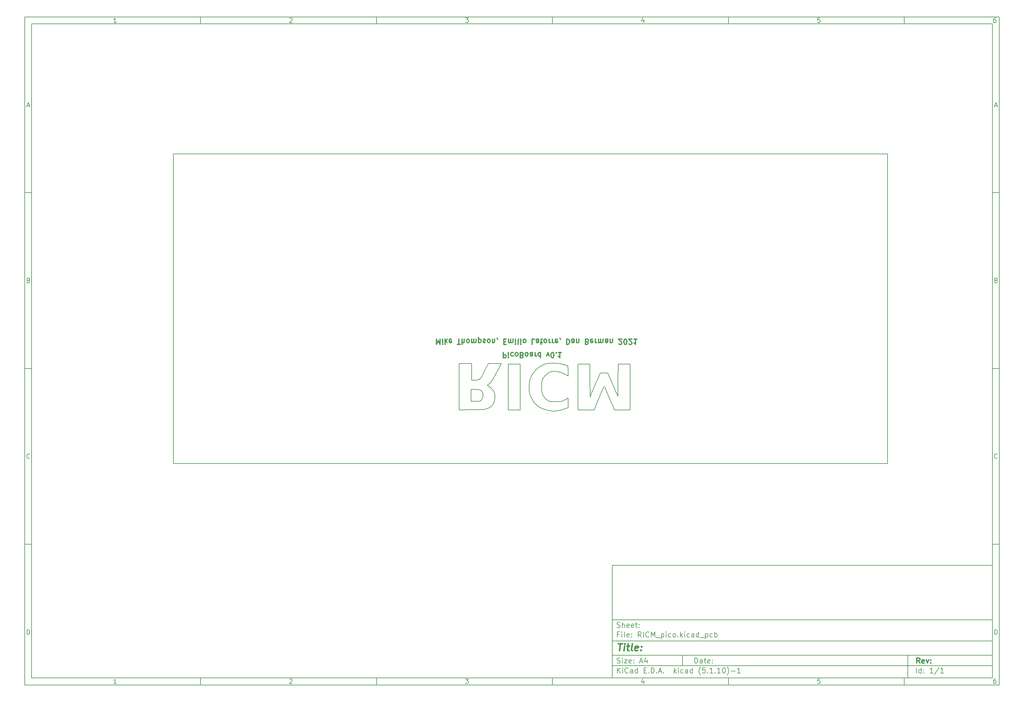
<source format=gbo>
%TF.GenerationSoftware,KiCad,Pcbnew,(5.1.10)-1*%
%TF.CreationDate,2021-07-12T12:41:50-04:00*%
%TF.ProjectId,RICM_pico,5249434d-5f70-4696-936f-2e6b69636164,rev?*%
%TF.SameCoordinates,Original*%
%TF.FileFunction,Legend,Bot*%
%TF.FilePolarity,Positive*%
%FSLAX46Y46*%
G04 Gerber Fmt 4.6, Leading zero omitted, Abs format (unit mm)*
G04 Created by KiCad (PCBNEW (5.1.10)-1) date 2021-07-12 12:41:50*
%MOMM*%
%LPD*%
G01*
G04 APERTURE LIST*
%ADD10C,0.100000*%
%ADD11C,0.150000*%
%ADD12C,0.300000*%
%ADD13C,0.400000*%
%TA.AperFunction,Profile*%
%ADD14C,0.150000*%
%TD*%
%ADD15C,0.200000*%
G04 APERTURE END LIST*
D10*
D11*
X177002200Y-166007200D02*
X177002200Y-198007200D01*
X285002200Y-198007200D01*
X285002200Y-166007200D01*
X177002200Y-166007200D01*
D10*
D11*
X10000000Y-10000000D02*
X10000000Y-200007200D01*
X287002200Y-200007200D01*
X287002200Y-10000000D01*
X10000000Y-10000000D01*
D10*
D11*
X12000000Y-12000000D02*
X12000000Y-198007200D01*
X285002200Y-198007200D01*
X285002200Y-12000000D01*
X12000000Y-12000000D01*
D10*
D11*
X60000000Y-12000000D02*
X60000000Y-10000000D01*
D10*
D11*
X110000000Y-12000000D02*
X110000000Y-10000000D01*
D10*
D11*
X160000000Y-12000000D02*
X160000000Y-10000000D01*
D10*
D11*
X210000000Y-12000000D02*
X210000000Y-10000000D01*
D10*
D11*
X260000000Y-12000000D02*
X260000000Y-10000000D01*
D10*
D11*
X36065476Y-11588095D02*
X35322619Y-11588095D01*
X35694047Y-11588095D02*
X35694047Y-10288095D01*
X35570238Y-10473809D01*
X35446428Y-10597619D01*
X35322619Y-10659523D01*
D10*
D11*
X85322619Y-10411904D02*
X85384523Y-10350000D01*
X85508333Y-10288095D01*
X85817857Y-10288095D01*
X85941666Y-10350000D01*
X86003571Y-10411904D01*
X86065476Y-10535714D01*
X86065476Y-10659523D01*
X86003571Y-10845238D01*
X85260714Y-11588095D01*
X86065476Y-11588095D01*
D10*
D11*
X135260714Y-10288095D02*
X136065476Y-10288095D01*
X135632142Y-10783333D01*
X135817857Y-10783333D01*
X135941666Y-10845238D01*
X136003571Y-10907142D01*
X136065476Y-11030952D01*
X136065476Y-11340476D01*
X136003571Y-11464285D01*
X135941666Y-11526190D01*
X135817857Y-11588095D01*
X135446428Y-11588095D01*
X135322619Y-11526190D01*
X135260714Y-11464285D01*
D10*
D11*
X185941666Y-10721428D02*
X185941666Y-11588095D01*
X185632142Y-10226190D02*
X185322619Y-11154761D01*
X186127380Y-11154761D01*
D10*
D11*
X236003571Y-10288095D02*
X235384523Y-10288095D01*
X235322619Y-10907142D01*
X235384523Y-10845238D01*
X235508333Y-10783333D01*
X235817857Y-10783333D01*
X235941666Y-10845238D01*
X236003571Y-10907142D01*
X236065476Y-11030952D01*
X236065476Y-11340476D01*
X236003571Y-11464285D01*
X235941666Y-11526190D01*
X235817857Y-11588095D01*
X235508333Y-11588095D01*
X235384523Y-11526190D01*
X235322619Y-11464285D01*
D10*
D11*
X285941666Y-10288095D02*
X285694047Y-10288095D01*
X285570238Y-10350000D01*
X285508333Y-10411904D01*
X285384523Y-10597619D01*
X285322619Y-10845238D01*
X285322619Y-11340476D01*
X285384523Y-11464285D01*
X285446428Y-11526190D01*
X285570238Y-11588095D01*
X285817857Y-11588095D01*
X285941666Y-11526190D01*
X286003571Y-11464285D01*
X286065476Y-11340476D01*
X286065476Y-11030952D01*
X286003571Y-10907142D01*
X285941666Y-10845238D01*
X285817857Y-10783333D01*
X285570238Y-10783333D01*
X285446428Y-10845238D01*
X285384523Y-10907142D01*
X285322619Y-11030952D01*
D10*
D11*
X60000000Y-198007200D02*
X60000000Y-200007200D01*
D10*
D11*
X110000000Y-198007200D02*
X110000000Y-200007200D01*
D10*
D11*
X160000000Y-198007200D02*
X160000000Y-200007200D01*
D10*
D11*
X210000000Y-198007200D02*
X210000000Y-200007200D01*
D10*
D11*
X260000000Y-198007200D02*
X260000000Y-200007200D01*
D10*
D11*
X36065476Y-199595295D02*
X35322619Y-199595295D01*
X35694047Y-199595295D02*
X35694047Y-198295295D01*
X35570238Y-198481009D01*
X35446428Y-198604819D01*
X35322619Y-198666723D01*
D10*
D11*
X85322619Y-198419104D02*
X85384523Y-198357200D01*
X85508333Y-198295295D01*
X85817857Y-198295295D01*
X85941666Y-198357200D01*
X86003571Y-198419104D01*
X86065476Y-198542914D01*
X86065476Y-198666723D01*
X86003571Y-198852438D01*
X85260714Y-199595295D01*
X86065476Y-199595295D01*
D10*
D11*
X135260714Y-198295295D02*
X136065476Y-198295295D01*
X135632142Y-198790533D01*
X135817857Y-198790533D01*
X135941666Y-198852438D01*
X136003571Y-198914342D01*
X136065476Y-199038152D01*
X136065476Y-199347676D01*
X136003571Y-199471485D01*
X135941666Y-199533390D01*
X135817857Y-199595295D01*
X135446428Y-199595295D01*
X135322619Y-199533390D01*
X135260714Y-199471485D01*
D10*
D11*
X185941666Y-198728628D02*
X185941666Y-199595295D01*
X185632142Y-198233390D02*
X185322619Y-199161961D01*
X186127380Y-199161961D01*
D10*
D11*
X236003571Y-198295295D02*
X235384523Y-198295295D01*
X235322619Y-198914342D01*
X235384523Y-198852438D01*
X235508333Y-198790533D01*
X235817857Y-198790533D01*
X235941666Y-198852438D01*
X236003571Y-198914342D01*
X236065476Y-199038152D01*
X236065476Y-199347676D01*
X236003571Y-199471485D01*
X235941666Y-199533390D01*
X235817857Y-199595295D01*
X235508333Y-199595295D01*
X235384523Y-199533390D01*
X235322619Y-199471485D01*
D10*
D11*
X285941666Y-198295295D02*
X285694047Y-198295295D01*
X285570238Y-198357200D01*
X285508333Y-198419104D01*
X285384523Y-198604819D01*
X285322619Y-198852438D01*
X285322619Y-199347676D01*
X285384523Y-199471485D01*
X285446428Y-199533390D01*
X285570238Y-199595295D01*
X285817857Y-199595295D01*
X285941666Y-199533390D01*
X286003571Y-199471485D01*
X286065476Y-199347676D01*
X286065476Y-199038152D01*
X286003571Y-198914342D01*
X285941666Y-198852438D01*
X285817857Y-198790533D01*
X285570238Y-198790533D01*
X285446428Y-198852438D01*
X285384523Y-198914342D01*
X285322619Y-199038152D01*
D10*
D11*
X10000000Y-60000000D02*
X12000000Y-60000000D01*
D10*
D11*
X10000000Y-110000000D02*
X12000000Y-110000000D01*
D10*
D11*
X10000000Y-160000000D02*
X12000000Y-160000000D01*
D10*
D11*
X10690476Y-35216666D02*
X11309523Y-35216666D01*
X10566666Y-35588095D02*
X11000000Y-34288095D01*
X11433333Y-35588095D01*
D10*
D11*
X11092857Y-84907142D02*
X11278571Y-84969047D01*
X11340476Y-85030952D01*
X11402380Y-85154761D01*
X11402380Y-85340476D01*
X11340476Y-85464285D01*
X11278571Y-85526190D01*
X11154761Y-85588095D01*
X10659523Y-85588095D01*
X10659523Y-84288095D01*
X11092857Y-84288095D01*
X11216666Y-84350000D01*
X11278571Y-84411904D01*
X11340476Y-84535714D01*
X11340476Y-84659523D01*
X11278571Y-84783333D01*
X11216666Y-84845238D01*
X11092857Y-84907142D01*
X10659523Y-84907142D01*
D10*
D11*
X11402380Y-135464285D02*
X11340476Y-135526190D01*
X11154761Y-135588095D01*
X11030952Y-135588095D01*
X10845238Y-135526190D01*
X10721428Y-135402380D01*
X10659523Y-135278571D01*
X10597619Y-135030952D01*
X10597619Y-134845238D01*
X10659523Y-134597619D01*
X10721428Y-134473809D01*
X10845238Y-134350000D01*
X11030952Y-134288095D01*
X11154761Y-134288095D01*
X11340476Y-134350000D01*
X11402380Y-134411904D01*
D10*
D11*
X10659523Y-185588095D02*
X10659523Y-184288095D01*
X10969047Y-184288095D01*
X11154761Y-184350000D01*
X11278571Y-184473809D01*
X11340476Y-184597619D01*
X11402380Y-184845238D01*
X11402380Y-185030952D01*
X11340476Y-185278571D01*
X11278571Y-185402380D01*
X11154761Y-185526190D01*
X10969047Y-185588095D01*
X10659523Y-185588095D01*
D10*
D11*
X287002200Y-60000000D02*
X285002200Y-60000000D01*
D10*
D11*
X287002200Y-110000000D02*
X285002200Y-110000000D01*
D10*
D11*
X287002200Y-160000000D02*
X285002200Y-160000000D01*
D10*
D11*
X285692676Y-35216666D02*
X286311723Y-35216666D01*
X285568866Y-35588095D02*
X286002200Y-34288095D01*
X286435533Y-35588095D01*
D10*
D11*
X286095057Y-84907142D02*
X286280771Y-84969047D01*
X286342676Y-85030952D01*
X286404580Y-85154761D01*
X286404580Y-85340476D01*
X286342676Y-85464285D01*
X286280771Y-85526190D01*
X286156961Y-85588095D01*
X285661723Y-85588095D01*
X285661723Y-84288095D01*
X286095057Y-84288095D01*
X286218866Y-84350000D01*
X286280771Y-84411904D01*
X286342676Y-84535714D01*
X286342676Y-84659523D01*
X286280771Y-84783333D01*
X286218866Y-84845238D01*
X286095057Y-84907142D01*
X285661723Y-84907142D01*
D10*
D11*
X286404580Y-135464285D02*
X286342676Y-135526190D01*
X286156961Y-135588095D01*
X286033152Y-135588095D01*
X285847438Y-135526190D01*
X285723628Y-135402380D01*
X285661723Y-135278571D01*
X285599819Y-135030952D01*
X285599819Y-134845238D01*
X285661723Y-134597619D01*
X285723628Y-134473809D01*
X285847438Y-134350000D01*
X286033152Y-134288095D01*
X286156961Y-134288095D01*
X286342676Y-134350000D01*
X286404580Y-134411904D01*
D10*
D11*
X285661723Y-185588095D02*
X285661723Y-184288095D01*
X285971247Y-184288095D01*
X286156961Y-184350000D01*
X286280771Y-184473809D01*
X286342676Y-184597619D01*
X286404580Y-184845238D01*
X286404580Y-185030952D01*
X286342676Y-185278571D01*
X286280771Y-185402380D01*
X286156961Y-185526190D01*
X285971247Y-185588095D01*
X285661723Y-185588095D01*
D10*
D11*
X200434342Y-193785771D02*
X200434342Y-192285771D01*
X200791485Y-192285771D01*
X201005771Y-192357200D01*
X201148628Y-192500057D01*
X201220057Y-192642914D01*
X201291485Y-192928628D01*
X201291485Y-193142914D01*
X201220057Y-193428628D01*
X201148628Y-193571485D01*
X201005771Y-193714342D01*
X200791485Y-193785771D01*
X200434342Y-193785771D01*
X202577200Y-193785771D02*
X202577200Y-193000057D01*
X202505771Y-192857200D01*
X202362914Y-192785771D01*
X202077200Y-192785771D01*
X201934342Y-192857200D01*
X202577200Y-193714342D02*
X202434342Y-193785771D01*
X202077200Y-193785771D01*
X201934342Y-193714342D01*
X201862914Y-193571485D01*
X201862914Y-193428628D01*
X201934342Y-193285771D01*
X202077200Y-193214342D01*
X202434342Y-193214342D01*
X202577200Y-193142914D01*
X203077200Y-192785771D02*
X203648628Y-192785771D01*
X203291485Y-192285771D02*
X203291485Y-193571485D01*
X203362914Y-193714342D01*
X203505771Y-193785771D01*
X203648628Y-193785771D01*
X204720057Y-193714342D02*
X204577200Y-193785771D01*
X204291485Y-193785771D01*
X204148628Y-193714342D01*
X204077200Y-193571485D01*
X204077200Y-193000057D01*
X204148628Y-192857200D01*
X204291485Y-192785771D01*
X204577200Y-192785771D01*
X204720057Y-192857200D01*
X204791485Y-193000057D01*
X204791485Y-193142914D01*
X204077200Y-193285771D01*
X205434342Y-193642914D02*
X205505771Y-193714342D01*
X205434342Y-193785771D01*
X205362914Y-193714342D01*
X205434342Y-193642914D01*
X205434342Y-193785771D01*
X205434342Y-192857200D02*
X205505771Y-192928628D01*
X205434342Y-193000057D01*
X205362914Y-192928628D01*
X205434342Y-192857200D01*
X205434342Y-193000057D01*
D10*
D11*
X177002200Y-194507200D02*
X285002200Y-194507200D01*
D10*
D11*
X178434342Y-196585771D02*
X178434342Y-195085771D01*
X179291485Y-196585771D02*
X178648628Y-195728628D01*
X179291485Y-195085771D02*
X178434342Y-195942914D01*
X179934342Y-196585771D02*
X179934342Y-195585771D01*
X179934342Y-195085771D02*
X179862914Y-195157200D01*
X179934342Y-195228628D01*
X180005771Y-195157200D01*
X179934342Y-195085771D01*
X179934342Y-195228628D01*
X181505771Y-196442914D02*
X181434342Y-196514342D01*
X181220057Y-196585771D01*
X181077200Y-196585771D01*
X180862914Y-196514342D01*
X180720057Y-196371485D01*
X180648628Y-196228628D01*
X180577200Y-195942914D01*
X180577200Y-195728628D01*
X180648628Y-195442914D01*
X180720057Y-195300057D01*
X180862914Y-195157200D01*
X181077200Y-195085771D01*
X181220057Y-195085771D01*
X181434342Y-195157200D01*
X181505771Y-195228628D01*
X182791485Y-196585771D02*
X182791485Y-195800057D01*
X182720057Y-195657200D01*
X182577200Y-195585771D01*
X182291485Y-195585771D01*
X182148628Y-195657200D01*
X182791485Y-196514342D02*
X182648628Y-196585771D01*
X182291485Y-196585771D01*
X182148628Y-196514342D01*
X182077200Y-196371485D01*
X182077200Y-196228628D01*
X182148628Y-196085771D01*
X182291485Y-196014342D01*
X182648628Y-196014342D01*
X182791485Y-195942914D01*
X184148628Y-196585771D02*
X184148628Y-195085771D01*
X184148628Y-196514342D02*
X184005771Y-196585771D01*
X183720057Y-196585771D01*
X183577200Y-196514342D01*
X183505771Y-196442914D01*
X183434342Y-196300057D01*
X183434342Y-195871485D01*
X183505771Y-195728628D01*
X183577200Y-195657200D01*
X183720057Y-195585771D01*
X184005771Y-195585771D01*
X184148628Y-195657200D01*
X186005771Y-195800057D02*
X186505771Y-195800057D01*
X186720057Y-196585771D02*
X186005771Y-196585771D01*
X186005771Y-195085771D01*
X186720057Y-195085771D01*
X187362914Y-196442914D02*
X187434342Y-196514342D01*
X187362914Y-196585771D01*
X187291485Y-196514342D01*
X187362914Y-196442914D01*
X187362914Y-196585771D01*
X188077200Y-196585771D02*
X188077200Y-195085771D01*
X188434342Y-195085771D01*
X188648628Y-195157200D01*
X188791485Y-195300057D01*
X188862914Y-195442914D01*
X188934342Y-195728628D01*
X188934342Y-195942914D01*
X188862914Y-196228628D01*
X188791485Y-196371485D01*
X188648628Y-196514342D01*
X188434342Y-196585771D01*
X188077200Y-196585771D01*
X189577200Y-196442914D02*
X189648628Y-196514342D01*
X189577200Y-196585771D01*
X189505771Y-196514342D01*
X189577200Y-196442914D01*
X189577200Y-196585771D01*
X190220057Y-196157200D02*
X190934342Y-196157200D01*
X190077200Y-196585771D02*
X190577200Y-195085771D01*
X191077200Y-196585771D01*
X191577200Y-196442914D02*
X191648628Y-196514342D01*
X191577200Y-196585771D01*
X191505771Y-196514342D01*
X191577200Y-196442914D01*
X191577200Y-196585771D01*
X194577200Y-196585771D02*
X194577200Y-195085771D01*
X194720057Y-196014342D02*
X195148628Y-196585771D01*
X195148628Y-195585771D02*
X194577200Y-196157200D01*
X195791485Y-196585771D02*
X195791485Y-195585771D01*
X195791485Y-195085771D02*
X195720057Y-195157200D01*
X195791485Y-195228628D01*
X195862914Y-195157200D01*
X195791485Y-195085771D01*
X195791485Y-195228628D01*
X197148628Y-196514342D02*
X197005771Y-196585771D01*
X196720057Y-196585771D01*
X196577200Y-196514342D01*
X196505771Y-196442914D01*
X196434342Y-196300057D01*
X196434342Y-195871485D01*
X196505771Y-195728628D01*
X196577200Y-195657200D01*
X196720057Y-195585771D01*
X197005771Y-195585771D01*
X197148628Y-195657200D01*
X198434342Y-196585771D02*
X198434342Y-195800057D01*
X198362914Y-195657200D01*
X198220057Y-195585771D01*
X197934342Y-195585771D01*
X197791485Y-195657200D01*
X198434342Y-196514342D02*
X198291485Y-196585771D01*
X197934342Y-196585771D01*
X197791485Y-196514342D01*
X197720057Y-196371485D01*
X197720057Y-196228628D01*
X197791485Y-196085771D01*
X197934342Y-196014342D01*
X198291485Y-196014342D01*
X198434342Y-195942914D01*
X199791485Y-196585771D02*
X199791485Y-195085771D01*
X199791485Y-196514342D02*
X199648628Y-196585771D01*
X199362914Y-196585771D01*
X199220057Y-196514342D01*
X199148628Y-196442914D01*
X199077200Y-196300057D01*
X199077200Y-195871485D01*
X199148628Y-195728628D01*
X199220057Y-195657200D01*
X199362914Y-195585771D01*
X199648628Y-195585771D01*
X199791485Y-195657200D01*
X202077200Y-197157200D02*
X202005771Y-197085771D01*
X201862914Y-196871485D01*
X201791485Y-196728628D01*
X201720057Y-196514342D01*
X201648628Y-196157200D01*
X201648628Y-195871485D01*
X201720057Y-195514342D01*
X201791485Y-195300057D01*
X201862914Y-195157200D01*
X202005771Y-194942914D01*
X202077200Y-194871485D01*
X203362914Y-195085771D02*
X202648628Y-195085771D01*
X202577200Y-195800057D01*
X202648628Y-195728628D01*
X202791485Y-195657200D01*
X203148628Y-195657200D01*
X203291485Y-195728628D01*
X203362914Y-195800057D01*
X203434342Y-195942914D01*
X203434342Y-196300057D01*
X203362914Y-196442914D01*
X203291485Y-196514342D01*
X203148628Y-196585771D01*
X202791485Y-196585771D01*
X202648628Y-196514342D01*
X202577200Y-196442914D01*
X204077200Y-196442914D02*
X204148628Y-196514342D01*
X204077200Y-196585771D01*
X204005771Y-196514342D01*
X204077200Y-196442914D01*
X204077200Y-196585771D01*
X205577200Y-196585771D02*
X204720057Y-196585771D01*
X205148628Y-196585771D02*
X205148628Y-195085771D01*
X205005771Y-195300057D01*
X204862914Y-195442914D01*
X204720057Y-195514342D01*
X206220057Y-196442914D02*
X206291485Y-196514342D01*
X206220057Y-196585771D01*
X206148628Y-196514342D01*
X206220057Y-196442914D01*
X206220057Y-196585771D01*
X207720057Y-196585771D02*
X206862914Y-196585771D01*
X207291485Y-196585771D02*
X207291485Y-195085771D01*
X207148628Y-195300057D01*
X207005771Y-195442914D01*
X206862914Y-195514342D01*
X208648628Y-195085771D02*
X208791485Y-195085771D01*
X208934342Y-195157200D01*
X209005771Y-195228628D01*
X209077200Y-195371485D01*
X209148628Y-195657200D01*
X209148628Y-196014342D01*
X209077200Y-196300057D01*
X209005771Y-196442914D01*
X208934342Y-196514342D01*
X208791485Y-196585771D01*
X208648628Y-196585771D01*
X208505771Y-196514342D01*
X208434342Y-196442914D01*
X208362914Y-196300057D01*
X208291485Y-196014342D01*
X208291485Y-195657200D01*
X208362914Y-195371485D01*
X208434342Y-195228628D01*
X208505771Y-195157200D01*
X208648628Y-195085771D01*
X209648628Y-197157200D02*
X209720057Y-197085771D01*
X209862914Y-196871485D01*
X209934342Y-196728628D01*
X210005771Y-196514342D01*
X210077200Y-196157200D01*
X210077200Y-195871485D01*
X210005771Y-195514342D01*
X209934342Y-195300057D01*
X209862914Y-195157200D01*
X209720057Y-194942914D01*
X209648628Y-194871485D01*
X210791485Y-196014342D02*
X211934342Y-196014342D01*
X213434342Y-196585771D02*
X212577200Y-196585771D01*
X213005771Y-196585771D02*
X213005771Y-195085771D01*
X212862914Y-195300057D01*
X212720057Y-195442914D01*
X212577200Y-195514342D01*
D10*
D11*
X177002200Y-191507200D02*
X285002200Y-191507200D01*
D10*
D12*
X264411485Y-193785771D02*
X263911485Y-193071485D01*
X263554342Y-193785771D02*
X263554342Y-192285771D01*
X264125771Y-192285771D01*
X264268628Y-192357200D01*
X264340057Y-192428628D01*
X264411485Y-192571485D01*
X264411485Y-192785771D01*
X264340057Y-192928628D01*
X264268628Y-193000057D01*
X264125771Y-193071485D01*
X263554342Y-193071485D01*
X265625771Y-193714342D02*
X265482914Y-193785771D01*
X265197200Y-193785771D01*
X265054342Y-193714342D01*
X264982914Y-193571485D01*
X264982914Y-193000057D01*
X265054342Y-192857200D01*
X265197200Y-192785771D01*
X265482914Y-192785771D01*
X265625771Y-192857200D01*
X265697200Y-193000057D01*
X265697200Y-193142914D01*
X264982914Y-193285771D01*
X266197200Y-192785771D02*
X266554342Y-193785771D01*
X266911485Y-192785771D01*
X267482914Y-193642914D02*
X267554342Y-193714342D01*
X267482914Y-193785771D01*
X267411485Y-193714342D01*
X267482914Y-193642914D01*
X267482914Y-193785771D01*
X267482914Y-192857200D02*
X267554342Y-192928628D01*
X267482914Y-193000057D01*
X267411485Y-192928628D01*
X267482914Y-192857200D01*
X267482914Y-193000057D01*
D10*
D11*
X178362914Y-193714342D02*
X178577200Y-193785771D01*
X178934342Y-193785771D01*
X179077200Y-193714342D01*
X179148628Y-193642914D01*
X179220057Y-193500057D01*
X179220057Y-193357200D01*
X179148628Y-193214342D01*
X179077200Y-193142914D01*
X178934342Y-193071485D01*
X178648628Y-193000057D01*
X178505771Y-192928628D01*
X178434342Y-192857200D01*
X178362914Y-192714342D01*
X178362914Y-192571485D01*
X178434342Y-192428628D01*
X178505771Y-192357200D01*
X178648628Y-192285771D01*
X179005771Y-192285771D01*
X179220057Y-192357200D01*
X179862914Y-193785771D02*
X179862914Y-192785771D01*
X179862914Y-192285771D02*
X179791485Y-192357200D01*
X179862914Y-192428628D01*
X179934342Y-192357200D01*
X179862914Y-192285771D01*
X179862914Y-192428628D01*
X180434342Y-192785771D02*
X181220057Y-192785771D01*
X180434342Y-193785771D01*
X181220057Y-193785771D01*
X182362914Y-193714342D02*
X182220057Y-193785771D01*
X181934342Y-193785771D01*
X181791485Y-193714342D01*
X181720057Y-193571485D01*
X181720057Y-193000057D01*
X181791485Y-192857200D01*
X181934342Y-192785771D01*
X182220057Y-192785771D01*
X182362914Y-192857200D01*
X182434342Y-193000057D01*
X182434342Y-193142914D01*
X181720057Y-193285771D01*
X183077200Y-193642914D02*
X183148628Y-193714342D01*
X183077200Y-193785771D01*
X183005771Y-193714342D01*
X183077200Y-193642914D01*
X183077200Y-193785771D01*
X183077200Y-192857200D02*
X183148628Y-192928628D01*
X183077200Y-193000057D01*
X183005771Y-192928628D01*
X183077200Y-192857200D01*
X183077200Y-193000057D01*
X184862914Y-193357200D02*
X185577200Y-193357200D01*
X184720057Y-193785771D02*
X185220057Y-192285771D01*
X185720057Y-193785771D01*
X186862914Y-192785771D02*
X186862914Y-193785771D01*
X186505771Y-192214342D02*
X186148628Y-193285771D01*
X187077200Y-193285771D01*
D10*
D11*
X263434342Y-196585771D02*
X263434342Y-195085771D01*
X264791485Y-196585771D02*
X264791485Y-195085771D01*
X264791485Y-196514342D02*
X264648628Y-196585771D01*
X264362914Y-196585771D01*
X264220057Y-196514342D01*
X264148628Y-196442914D01*
X264077200Y-196300057D01*
X264077200Y-195871485D01*
X264148628Y-195728628D01*
X264220057Y-195657200D01*
X264362914Y-195585771D01*
X264648628Y-195585771D01*
X264791485Y-195657200D01*
X265505771Y-196442914D02*
X265577200Y-196514342D01*
X265505771Y-196585771D01*
X265434342Y-196514342D01*
X265505771Y-196442914D01*
X265505771Y-196585771D01*
X265505771Y-195657200D02*
X265577200Y-195728628D01*
X265505771Y-195800057D01*
X265434342Y-195728628D01*
X265505771Y-195657200D01*
X265505771Y-195800057D01*
X268148628Y-196585771D02*
X267291485Y-196585771D01*
X267720057Y-196585771D02*
X267720057Y-195085771D01*
X267577200Y-195300057D01*
X267434342Y-195442914D01*
X267291485Y-195514342D01*
X269862914Y-195014342D02*
X268577200Y-196942914D01*
X271148628Y-196585771D02*
X270291485Y-196585771D01*
X270720057Y-196585771D02*
X270720057Y-195085771D01*
X270577200Y-195300057D01*
X270434342Y-195442914D01*
X270291485Y-195514342D01*
D10*
D11*
X177002200Y-187507200D02*
X285002200Y-187507200D01*
D10*
D13*
X178714580Y-188211961D02*
X179857438Y-188211961D01*
X179036009Y-190211961D02*
X179286009Y-188211961D01*
X180274104Y-190211961D02*
X180440771Y-188878628D01*
X180524104Y-188211961D02*
X180416961Y-188307200D01*
X180500295Y-188402438D01*
X180607438Y-188307200D01*
X180524104Y-188211961D01*
X180500295Y-188402438D01*
X181107438Y-188878628D02*
X181869342Y-188878628D01*
X181476485Y-188211961D02*
X181262200Y-189926247D01*
X181333628Y-190116723D01*
X181512200Y-190211961D01*
X181702676Y-190211961D01*
X182655057Y-190211961D02*
X182476485Y-190116723D01*
X182405057Y-189926247D01*
X182619342Y-188211961D01*
X184190771Y-190116723D02*
X183988390Y-190211961D01*
X183607438Y-190211961D01*
X183428866Y-190116723D01*
X183357438Y-189926247D01*
X183452676Y-189164342D01*
X183571723Y-188973866D01*
X183774104Y-188878628D01*
X184155057Y-188878628D01*
X184333628Y-188973866D01*
X184405057Y-189164342D01*
X184381247Y-189354819D01*
X183405057Y-189545295D01*
X185155057Y-190021485D02*
X185238390Y-190116723D01*
X185131247Y-190211961D01*
X185047914Y-190116723D01*
X185155057Y-190021485D01*
X185131247Y-190211961D01*
X185286009Y-188973866D02*
X185369342Y-189069104D01*
X185262200Y-189164342D01*
X185178866Y-189069104D01*
X185286009Y-188973866D01*
X185262200Y-189164342D01*
D10*
D11*
X178934342Y-185600057D02*
X178434342Y-185600057D01*
X178434342Y-186385771D02*
X178434342Y-184885771D01*
X179148628Y-184885771D01*
X179720057Y-186385771D02*
X179720057Y-185385771D01*
X179720057Y-184885771D02*
X179648628Y-184957200D01*
X179720057Y-185028628D01*
X179791485Y-184957200D01*
X179720057Y-184885771D01*
X179720057Y-185028628D01*
X180648628Y-186385771D02*
X180505771Y-186314342D01*
X180434342Y-186171485D01*
X180434342Y-184885771D01*
X181791485Y-186314342D02*
X181648628Y-186385771D01*
X181362914Y-186385771D01*
X181220057Y-186314342D01*
X181148628Y-186171485D01*
X181148628Y-185600057D01*
X181220057Y-185457200D01*
X181362914Y-185385771D01*
X181648628Y-185385771D01*
X181791485Y-185457200D01*
X181862914Y-185600057D01*
X181862914Y-185742914D01*
X181148628Y-185885771D01*
X182505771Y-186242914D02*
X182577200Y-186314342D01*
X182505771Y-186385771D01*
X182434342Y-186314342D01*
X182505771Y-186242914D01*
X182505771Y-186385771D01*
X182505771Y-185457200D02*
X182577200Y-185528628D01*
X182505771Y-185600057D01*
X182434342Y-185528628D01*
X182505771Y-185457200D01*
X182505771Y-185600057D01*
X185220057Y-186385771D02*
X184720057Y-185671485D01*
X184362914Y-186385771D02*
X184362914Y-184885771D01*
X184934342Y-184885771D01*
X185077200Y-184957200D01*
X185148628Y-185028628D01*
X185220057Y-185171485D01*
X185220057Y-185385771D01*
X185148628Y-185528628D01*
X185077200Y-185600057D01*
X184934342Y-185671485D01*
X184362914Y-185671485D01*
X185862914Y-186385771D02*
X185862914Y-184885771D01*
X187434342Y-186242914D02*
X187362914Y-186314342D01*
X187148628Y-186385771D01*
X187005771Y-186385771D01*
X186791485Y-186314342D01*
X186648628Y-186171485D01*
X186577200Y-186028628D01*
X186505771Y-185742914D01*
X186505771Y-185528628D01*
X186577200Y-185242914D01*
X186648628Y-185100057D01*
X186791485Y-184957200D01*
X187005771Y-184885771D01*
X187148628Y-184885771D01*
X187362914Y-184957200D01*
X187434342Y-185028628D01*
X188077200Y-186385771D02*
X188077200Y-184885771D01*
X188577200Y-185957200D01*
X189077200Y-184885771D01*
X189077200Y-186385771D01*
X189434342Y-186528628D02*
X190577200Y-186528628D01*
X190934342Y-185385771D02*
X190934342Y-186885771D01*
X190934342Y-185457200D02*
X191077200Y-185385771D01*
X191362914Y-185385771D01*
X191505771Y-185457200D01*
X191577200Y-185528628D01*
X191648628Y-185671485D01*
X191648628Y-186100057D01*
X191577200Y-186242914D01*
X191505771Y-186314342D01*
X191362914Y-186385771D01*
X191077200Y-186385771D01*
X190934342Y-186314342D01*
X192291485Y-186385771D02*
X192291485Y-185385771D01*
X192291485Y-184885771D02*
X192220057Y-184957200D01*
X192291485Y-185028628D01*
X192362914Y-184957200D01*
X192291485Y-184885771D01*
X192291485Y-185028628D01*
X193648628Y-186314342D02*
X193505771Y-186385771D01*
X193220057Y-186385771D01*
X193077200Y-186314342D01*
X193005771Y-186242914D01*
X192934342Y-186100057D01*
X192934342Y-185671485D01*
X193005771Y-185528628D01*
X193077200Y-185457200D01*
X193220057Y-185385771D01*
X193505771Y-185385771D01*
X193648628Y-185457200D01*
X194505771Y-186385771D02*
X194362914Y-186314342D01*
X194291485Y-186242914D01*
X194220057Y-186100057D01*
X194220057Y-185671485D01*
X194291485Y-185528628D01*
X194362914Y-185457200D01*
X194505771Y-185385771D01*
X194720057Y-185385771D01*
X194862914Y-185457200D01*
X194934342Y-185528628D01*
X195005771Y-185671485D01*
X195005771Y-186100057D01*
X194934342Y-186242914D01*
X194862914Y-186314342D01*
X194720057Y-186385771D01*
X194505771Y-186385771D01*
X195648628Y-186242914D02*
X195720057Y-186314342D01*
X195648628Y-186385771D01*
X195577200Y-186314342D01*
X195648628Y-186242914D01*
X195648628Y-186385771D01*
X196362914Y-186385771D02*
X196362914Y-184885771D01*
X196505771Y-185814342D02*
X196934342Y-186385771D01*
X196934342Y-185385771D02*
X196362914Y-185957200D01*
X197577200Y-186385771D02*
X197577200Y-185385771D01*
X197577200Y-184885771D02*
X197505771Y-184957200D01*
X197577200Y-185028628D01*
X197648628Y-184957200D01*
X197577200Y-184885771D01*
X197577200Y-185028628D01*
X198934342Y-186314342D02*
X198791485Y-186385771D01*
X198505771Y-186385771D01*
X198362914Y-186314342D01*
X198291485Y-186242914D01*
X198220057Y-186100057D01*
X198220057Y-185671485D01*
X198291485Y-185528628D01*
X198362914Y-185457200D01*
X198505771Y-185385771D01*
X198791485Y-185385771D01*
X198934342Y-185457200D01*
X200220057Y-186385771D02*
X200220057Y-185600057D01*
X200148628Y-185457200D01*
X200005771Y-185385771D01*
X199720057Y-185385771D01*
X199577200Y-185457200D01*
X200220057Y-186314342D02*
X200077200Y-186385771D01*
X199720057Y-186385771D01*
X199577200Y-186314342D01*
X199505771Y-186171485D01*
X199505771Y-186028628D01*
X199577200Y-185885771D01*
X199720057Y-185814342D01*
X200077200Y-185814342D01*
X200220057Y-185742914D01*
X201577200Y-186385771D02*
X201577200Y-184885771D01*
X201577200Y-186314342D02*
X201434342Y-186385771D01*
X201148628Y-186385771D01*
X201005771Y-186314342D01*
X200934342Y-186242914D01*
X200862914Y-186100057D01*
X200862914Y-185671485D01*
X200934342Y-185528628D01*
X201005771Y-185457200D01*
X201148628Y-185385771D01*
X201434342Y-185385771D01*
X201577200Y-185457200D01*
X201934342Y-186528628D02*
X203077200Y-186528628D01*
X203434342Y-185385771D02*
X203434342Y-186885771D01*
X203434342Y-185457200D02*
X203577200Y-185385771D01*
X203862914Y-185385771D01*
X204005771Y-185457200D01*
X204077200Y-185528628D01*
X204148628Y-185671485D01*
X204148628Y-186100057D01*
X204077200Y-186242914D01*
X204005771Y-186314342D01*
X203862914Y-186385771D01*
X203577200Y-186385771D01*
X203434342Y-186314342D01*
X205434342Y-186314342D02*
X205291485Y-186385771D01*
X205005771Y-186385771D01*
X204862914Y-186314342D01*
X204791485Y-186242914D01*
X204720057Y-186100057D01*
X204720057Y-185671485D01*
X204791485Y-185528628D01*
X204862914Y-185457200D01*
X205005771Y-185385771D01*
X205291485Y-185385771D01*
X205434342Y-185457200D01*
X206077200Y-186385771D02*
X206077200Y-184885771D01*
X206077200Y-185457200D02*
X206220057Y-185385771D01*
X206505771Y-185385771D01*
X206648628Y-185457200D01*
X206720057Y-185528628D01*
X206791485Y-185671485D01*
X206791485Y-186100057D01*
X206720057Y-186242914D01*
X206648628Y-186314342D01*
X206505771Y-186385771D01*
X206220057Y-186385771D01*
X206077200Y-186314342D01*
D10*
D11*
X177002200Y-181507200D02*
X285002200Y-181507200D01*
D10*
D11*
X178362914Y-183614342D02*
X178577200Y-183685771D01*
X178934342Y-183685771D01*
X179077200Y-183614342D01*
X179148628Y-183542914D01*
X179220057Y-183400057D01*
X179220057Y-183257200D01*
X179148628Y-183114342D01*
X179077200Y-183042914D01*
X178934342Y-182971485D01*
X178648628Y-182900057D01*
X178505771Y-182828628D01*
X178434342Y-182757200D01*
X178362914Y-182614342D01*
X178362914Y-182471485D01*
X178434342Y-182328628D01*
X178505771Y-182257200D01*
X178648628Y-182185771D01*
X179005771Y-182185771D01*
X179220057Y-182257200D01*
X179862914Y-183685771D02*
X179862914Y-182185771D01*
X180505771Y-183685771D02*
X180505771Y-182900057D01*
X180434342Y-182757200D01*
X180291485Y-182685771D01*
X180077200Y-182685771D01*
X179934342Y-182757200D01*
X179862914Y-182828628D01*
X181791485Y-183614342D02*
X181648628Y-183685771D01*
X181362914Y-183685771D01*
X181220057Y-183614342D01*
X181148628Y-183471485D01*
X181148628Y-182900057D01*
X181220057Y-182757200D01*
X181362914Y-182685771D01*
X181648628Y-182685771D01*
X181791485Y-182757200D01*
X181862914Y-182900057D01*
X181862914Y-183042914D01*
X181148628Y-183185771D01*
X183077200Y-183614342D02*
X182934342Y-183685771D01*
X182648628Y-183685771D01*
X182505771Y-183614342D01*
X182434342Y-183471485D01*
X182434342Y-182900057D01*
X182505771Y-182757200D01*
X182648628Y-182685771D01*
X182934342Y-182685771D01*
X183077200Y-182757200D01*
X183148628Y-182900057D01*
X183148628Y-183042914D01*
X182434342Y-183185771D01*
X183577200Y-182685771D02*
X184148628Y-182685771D01*
X183791485Y-182185771D02*
X183791485Y-183471485D01*
X183862914Y-183614342D01*
X184005771Y-183685771D01*
X184148628Y-183685771D01*
X184648628Y-183542914D02*
X184720057Y-183614342D01*
X184648628Y-183685771D01*
X184577200Y-183614342D01*
X184648628Y-183542914D01*
X184648628Y-183685771D01*
X184648628Y-182757200D02*
X184720057Y-182828628D01*
X184648628Y-182900057D01*
X184577200Y-182828628D01*
X184648628Y-182757200D01*
X184648628Y-182900057D01*
D10*
D11*
X197002200Y-191507200D02*
X197002200Y-194507200D01*
D10*
D11*
X261002200Y-191507200D02*
X261002200Y-198007200D01*
D14*
X255246000Y-136978000D02*
X52246000Y-136978000D01*
X255246000Y-48978000D02*
X52246000Y-48978000D01*
X255246000Y-48978000D02*
X255246000Y-136978000D01*
X52246000Y-48978000D02*
X52246000Y-136978000D01*
D15*
X164463200Y-121091400D02*
X163627560Y-121477986D01*
X164463200Y-119737582D02*
X164463200Y-121091400D01*
X153614529Y-117503530D02*
G75*
G03*
X153881464Y-118147625I6962471J2508130D01*
G01*
X153464043Y-116950014D02*
G75*
G03*
X153616329Y-117508520I3546932J667118D01*
G01*
X163267357Y-111486675D02*
G75*
G03*
X162219711Y-111061459I-3384811J-6836284D01*
G01*
X162214892Y-111059910D02*
G75*
G03*
X161170185Y-110821707I-1897511J-5912042D01*
G01*
X156941096Y-121344592D02*
G75*
G03*
X158496408Y-121840846I3378343J7902687D01*
G01*
X154714532Y-119560587D02*
G75*
G03*
X155711248Y-120607949I4346294J3138185D01*
G01*
X156565936Y-109332327D02*
G75*
G03*
X155284796Y-110363263I4143272J-6460330D01*
G01*
X164421428Y-110680085D02*
X164479583Y-112087510D01*
X160627355Y-108476575D02*
G75*
G03*
X159094496Y-108506748I-468619J-15144629D01*
G01*
X153390943Y-116329633D02*
G75*
G03*
X153464395Y-116951885I4542539J220750D01*
G01*
X153390752Y-116325675D02*
X153372166Y-115447625D01*
X153393374Y-114773997D02*
X153449976Y-114073073D01*
X153625761Y-113012547D02*
G75*
G03*
X153530292Y-113443205I3110827J-915523D01*
G01*
X154250460Y-111645975D02*
G75*
G03*
X153625008Y-113015108I4437838J-2854734D01*
G01*
X155282678Y-110365379D02*
G75*
G03*
X154248066Y-111649700I5442315J-5443061D01*
G01*
X155708586Y-120605817D02*
G75*
G03*
X156946652Y-121346964I3324286J4148478D01*
G01*
X153883586Y-118152126D02*
G75*
G03*
X154715205Y-119561517I8012194J3777595D01*
G01*
X153372166Y-115447625D02*
X153393374Y-114773997D01*
X153449976Y-114073073D02*
X153530292Y-113443205D01*
X157927886Y-108714132D02*
G75*
G03*
X156570305Y-109329527I1443361J-4989235D01*
G01*
X159097007Y-108506572D02*
G75*
G03*
X157930756Y-108713303I392147J-5605244D01*
G01*
X162141245Y-108599754D02*
G75*
G03*
X160616417Y-108476240I-1981513J-14988513D01*
G01*
X163261999Y-108873986D02*
G75*
G03*
X162129579Y-108598216I-1835465J-5074165D01*
G01*
X163263273Y-108874448D02*
X164363273Y-109272661D01*
X164363273Y-109272661D02*
X164421428Y-110680085D01*
X164479583Y-112087510D02*
X163270218Y-111488092D01*
X142771779Y-120583333D02*
G75*
G03*
X143069293Y-120246046I-2424249J2438234D01*
G01*
X163513273Y-118911704D02*
X164463273Y-118375783D01*
X161170313Y-110821724D02*
G75*
G03*
X160206573Y-110781401I-691258J-4984248D01*
G01*
X137063273Y-108547625D02*
X137063273Y-110947625D01*
X137852154Y-113347625D02*
G75*
G03*
X138796481Y-113252152I-1904J4736798D01*
G01*
X141663883Y-114614348D02*
G75*
G03*
X141520711Y-114687093I611045J-1379877D01*
G01*
X162431529Y-119354008D02*
G75*
G03*
X162931932Y-119198593I-508232J2519697D01*
G01*
X133463273Y-108547625D02*
X135263273Y-108547625D01*
X158059623Y-118590309D02*
G75*
G03*
X158376598Y-118870842I2068555J2017922D01*
G01*
X140699120Y-110771555D02*
X141763273Y-108574823D01*
X142736695Y-113557242D02*
G75*
G03*
X143393638Y-112515809I-10131270J7118791D01*
G01*
X162934268Y-119197596D02*
G75*
G03*
X163513273Y-118911704I-2307942J5403439D01*
G01*
X141763273Y-108574823D02*
X143619836Y-108561224D01*
X164463273Y-118375783D02*
X164463273Y-119729601D01*
X137063273Y-113347625D02*
X137850253Y-113347625D01*
X159280447Y-119358588D02*
G75*
G03*
X159820421Y-119430143I634873J2717765D01*
G01*
X161823532Y-119427387D02*
G75*
G03*
X162430074Y-119354301I-161047J3889965D01*
G01*
X160848367Y-119447625D02*
X161824109Y-119427362D01*
X163627560Y-121477986D02*
X162183547Y-121853924D01*
X160405461Y-122111908D02*
G75*
G03*
X161182231Y-122051734I18473J4805128D01*
G01*
X158698805Y-111349044D02*
G75*
G03*
X157969336Y-111979887I3598847J-4898676D01*
G01*
X133463273Y-115162917D02*
X133463273Y-108547625D01*
X141663142Y-114614675D02*
G75*
G03*
X142167807Y-114256625I-631552J1424841D01*
G01*
X138796443Y-113252159D02*
G75*
G03*
X139396542Y-112948748I-254493J1248501D01*
G01*
X159820421Y-119430143D02*
X160848367Y-119447625D01*
X162183547Y-121853924D02*
X161182231Y-122051734D01*
X157729941Y-118218812D02*
G75*
G03*
X158059472Y-118590155I4101920J3308171D01*
G01*
X159603053Y-122047711D02*
X158496408Y-121840846D01*
X160208538Y-110781296D02*
G75*
G03*
X159415588Y-110953602I135452J-2534062D01*
G01*
X157369939Y-112694144D02*
G75*
G03*
X157061915Y-113340629I1688590J-1201166D01*
G01*
X157246306Y-117471746D02*
G75*
G03*
X157443746Y-117827998I2337051J1062386D01*
G01*
X135263273Y-108547625D02*
X137063273Y-108547625D01*
X156892899Y-114315296D02*
G75*
G03*
X156876384Y-115498769I10100806J-732803D01*
G01*
X143619836Y-108561224D02*
X145476399Y-108547625D01*
X142164791Y-114259837D02*
G75*
G03*
X142731629Y-113564447I-4627260J4350575D01*
G01*
X141480667Y-114744696D02*
G75*
G03*
X141504736Y-114801121I55980J-9467D01*
G01*
X141504285Y-114800814D02*
G75*
G03*
X141620662Y-114866754I459213J674787D01*
G01*
X142061873Y-115138577D02*
G75*
G03*
X141620662Y-114866754I-1360393J-1714140D01*
G01*
X139917134Y-112289057D02*
X140699120Y-110771555D01*
X143071182Y-116115673D02*
G75*
G03*
X142591449Y-115603292I-5478056J-4648242D01*
G01*
X141520682Y-114687110D02*
G75*
G03*
X141480666Y-114744702I41187J-71315D01*
G01*
X158376817Y-118871009D02*
G75*
G03*
X158865963Y-119195460I2719656J3569235D01*
G01*
X159413770Y-110954317D02*
G75*
G03*
X158699488Y-111348543I1160542J-2946947D01*
G01*
X137063273Y-110947625D02*
X137063273Y-113347625D01*
X145476399Y-108547625D02*
X144224663Y-110974831D01*
X144224663Y-110974831D02*
X143393638Y-112515809D01*
X142588947Y-115600870D02*
G75*
G03*
X142062481Y-115139060I-4984430J-5151283D01*
G01*
X157062464Y-113338655D02*
G75*
G03*
X156892897Y-114315320I4807678J-1337752D01*
G01*
X156994157Y-116638289D02*
G75*
G03*
X157245896Y-117470842I3245716J527070D01*
G01*
X157442755Y-117826503D02*
G75*
G03*
X157732248Y-118221669I4334488J2871756D01*
G01*
X139396554Y-112948737D02*
G75*
G03*
X139917134Y-112289057I-1689841J1868766D01*
G01*
X158865300Y-119195082D02*
G75*
G03*
X159281099Y-119358741I765417J1334615D01*
G01*
X143369895Y-116560431D02*
G75*
G03*
X143074535Y-116119627I-2097250J-1085903D01*
G01*
X143597690Y-117267388D02*
G75*
G03*
X143370456Y-116561516I-2222679J-326010D01*
G01*
X143653441Y-118197051D02*
G75*
G03*
X143597778Y-117267991I-5446341J139888D01*
G01*
X143548612Y-119142550D02*
G75*
G03*
X143653416Y-118198038I-5513291J1089829D01*
G01*
X157969567Y-111979652D02*
G75*
G03*
X157369399Y-112694901I4144771J-4087315D01*
G01*
X143284499Y-119906018D02*
G75*
G03*
X143548188Y-119144695I-2611435J1330815D01*
G01*
X159605496Y-122048094D02*
G75*
G03*
X160406885Y-122111914I820184J5235668D01*
G01*
X143070121Y-120244974D02*
G75*
G03*
X143283915Y-119907162I-1713853J1321223D01*
G01*
X156876491Y-115501172D02*
G75*
G03*
X156994534Y-116640602I9791879J438586D01*
G01*
X150863273Y-115247625D02*
X150863273Y-121747625D01*
X138155482Y-119347625D02*
X138855353Y-119329806D01*
X141401173Y-121435428D02*
G75*
G03*
X142033915Y-121149195I-1183671J3459084D01*
G01*
X170674967Y-113397625D02*
X170686661Y-118047625D01*
X174678315Y-111247625D02*
X175741828Y-111247625D01*
X176379679Y-118871375D02*
X175981472Y-117942964D01*
X138856170Y-119329764D02*
G75*
G03*
X139280560Y-119264909I-109845J2139740D01*
G01*
X139219425Y-116031211D02*
G75*
G03*
X138781131Y-115966501I-581681J-2423137D01*
G01*
X168963273Y-108747625D02*
X170663273Y-108747625D01*
X178670782Y-108747625D02*
X180367027Y-108747625D01*
X177052413Y-120397625D02*
X176759696Y-119743303D01*
X150863273Y-121747625D02*
X149163273Y-121747625D01*
X136863273Y-115947625D02*
X136863273Y-117647625D01*
X147463273Y-115247625D02*
X147463273Y-108747625D01*
X176759696Y-119743303D02*
X176379679Y-118871375D01*
X138781131Y-115966501D02*
X138125560Y-115947625D01*
X149163273Y-108747625D02*
X150863273Y-108747625D01*
X182063273Y-115247625D02*
X182063273Y-121747625D01*
X138125560Y-115947625D02*
X136863273Y-115947625D01*
X167263273Y-115247625D02*
X167263273Y-108747625D01*
X139719150Y-121660559D02*
X137313273Y-121712917D01*
X133463273Y-121778210D02*
X133463273Y-115162917D01*
X139716811Y-121660620D02*
G75*
G03*
X140740526Y-121586166I-292464J11096233D01*
G01*
X140157622Y-116876111D02*
G75*
G03*
X139825560Y-116355416I-1172721J-381646D01*
G01*
X171530028Y-115970861D02*
X171913593Y-115071375D01*
X150863273Y-108747625D02*
X150863273Y-115247625D01*
X182063273Y-121747625D02*
X179865264Y-121747625D01*
X149163273Y-121747625D02*
X147463273Y-121747625D01*
X178617027Y-113297625D02*
X178670782Y-108747625D01*
X147463273Y-108747625D02*
X149163273Y-108747625D01*
X170686661Y-118047625D02*
X171250810Y-116647625D01*
X136863273Y-117647625D02*
X136863273Y-119347625D01*
X142032407Y-121150057D02*
G75*
G03*
X142416756Y-120894105I-1685049J2946895D01*
G01*
X172329043Y-114115787D02*
X172714881Y-113247625D01*
X147463273Y-121747625D02*
X147463273Y-115247625D01*
X139855911Y-118909450D02*
G75*
G03*
X140174864Y-118350209I-1028030J956892D01*
G01*
X173614801Y-111247625D02*
X174678315Y-111247625D01*
X177152550Y-114547625D02*
X178563273Y-117847625D01*
X140175095Y-118349426D02*
G75*
G03*
X140277862Y-117606815I-2418334J713080D01*
G01*
X137313273Y-121712917D02*
X133463273Y-121778210D01*
X179865264Y-121747625D02*
X177667255Y-121747625D01*
X177667255Y-121747625D02*
X177052413Y-120397625D01*
X139281012Y-119264793D02*
G75*
G03*
X139584615Y-119133955I-268354J1040368D01*
G01*
X140277842Y-117605196D02*
G75*
G03*
X140157742Y-116876480I-2455118J-30375D01*
G01*
X170663273Y-108747625D02*
X170674967Y-113397625D01*
X171250810Y-116647625D02*
X171530028Y-115970861D01*
X180367027Y-108747625D02*
X182063273Y-108747625D01*
X175981472Y-117942964D02*
X175625653Y-117097625D01*
X175625653Y-117097625D02*
X175304468Y-116350093D01*
X136863273Y-119347625D02*
X138155482Y-119347625D01*
X172714881Y-113247625D02*
X173614801Y-111247625D01*
X142414481Y-120895853D02*
G75*
G03*
X142770996Y-120584112I-2265203J2950276D01*
G01*
X175741828Y-111247625D02*
X177152550Y-114547625D01*
X178563273Y-117847625D02*
X178617027Y-113297625D01*
X182063273Y-108747625D02*
X182063273Y-115247625D01*
X175011759Y-115720437D02*
X174750606Y-115193589D01*
X175304468Y-116350093D02*
X175011759Y-115720437D01*
X174750583Y-115193545D02*
G75*
G03*
X174675941Y-115147625I-74642J-37705D01*
G01*
X139825740Y-116355583D02*
G75*
G03*
X139544313Y-116154593I-909232J-975586D01*
G01*
X139544423Y-116154652D02*
G75*
G03*
X139219025Y-116031116I-644873J-1208296D01*
G01*
X140742721Y-121585903D02*
G75*
G03*
X141398675Y-121436281I-383800J3195306D01*
G01*
X167263273Y-108747625D02*
X168963273Y-108747625D01*
X171913593Y-115071375D02*
X172329043Y-114115787D01*
X139583876Y-119134419D02*
G75*
G03*
X139855482Y-118909912I-722635J1150781D01*
G01*
X167263273Y-121747625D02*
X167263273Y-115247625D01*
X171782366Y-121747625D02*
X169522819Y-121747625D01*
X174599601Y-115196294D02*
X174173869Y-116117000D01*
X173160257Y-118447625D02*
X171782366Y-121747625D01*
X173698451Y-117182429D02*
X173160257Y-118447625D01*
X174675885Y-115147624D02*
G75*
G03*
X174599601Y-115196294I56J-84206D01*
G01*
X169522819Y-121747625D02*
X167263273Y-121747625D01*
X174173869Y-116117000D02*
X173698451Y-117182429D01*
D12*
X127068428Y-101616828D02*
X127068428Y-103116828D01*
X127568428Y-102045400D01*
X128068428Y-103116828D01*
X128068428Y-101616828D01*
X128782714Y-101616828D02*
X128782714Y-102616828D01*
X128782714Y-103116828D02*
X128711285Y-103045400D01*
X128782714Y-102973971D01*
X128854142Y-103045400D01*
X128782714Y-103116828D01*
X128782714Y-102973971D01*
X129497000Y-101616828D02*
X129497000Y-103116828D01*
X129639857Y-102188257D02*
X130068428Y-101616828D01*
X130068428Y-102616828D02*
X129497000Y-102045400D01*
X131282714Y-101688257D02*
X131139857Y-101616828D01*
X130854142Y-101616828D01*
X130711285Y-101688257D01*
X130639857Y-101831114D01*
X130639857Y-102402542D01*
X130711285Y-102545400D01*
X130854142Y-102616828D01*
X131139857Y-102616828D01*
X131282714Y-102545400D01*
X131354142Y-102402542D01*
X131354142Y-102259685D01*
X130639857Y-102116828D01*
X132925571Y-103116828D02*
X133782714Y-103116828D01*
X133354142Y-101616828D02*
X133354142Y-103116828D01*
X134282714Y-101616828D02*
X134282714Y-103116828D01*
X134925571Y-101616828D02*
X134925571Y-102402542D01*
X134854142Y-102545400D01*
X134711285Y-102616828D01*
X134497000Y-102616828D01*
X134354142Y-102545400D01*
X134282714Y-102473971D01*
X135854142Y-101616828D02*
X135711285Y-101688257D01*
X135639857Y-101759685D01*
X135568428Y-101902542D01*
X135568428Y-102331114D01*
X135639857Y-102473971D01*
X135711285Y-102545400D01*
X135854142Y-102616828D01*
X136068428Y-102616828D01*
X136211285Y-102545400D01*
X136282714Y-102473971D01*
X136354142Y-102331114D01*
X136354142Y-101902542D01*
X136282714Y-101759685D01*
X136211285Y-101688257D01*
X136068428Y-101616828D01*
X135854142Y-101616828D01*
X136997000Y-101616828D02*
X136997000Y-102616828D01*
X136997000Y-102473971D02*
X137068428Y-102545400D01*
X137211285Y-102616828D01*
X137425571Y-102616828D01*
X137568428Y-102545400D01*
X137639857Y-102402542D01*
X137639857Y-101616828D01*
X137639857Y-102402542D02*
X137711285Y-102545400D01*
X137854142Y-102616828D01*
X138068428Y-102616828D01*
X138211285Y-102545400D01*
X138282714Y-102402542D01*
X138282714Y-101616828D01*
X138997000Y-102616828D02*
X138997000Y-101116828D01*
X138997000Y-102545400D02*
X139139857Y-102616828D01*
X139425571Y-102616828D01*
X139568428Y-102545400D01*
X139639857Y-102473971D01*
X139711285Y-102331114D01*
X139711285Y-101902542D01*
X139639857Y-101759685D01*
X139568428Y-101688257D01*
X139425571Y-101616828D01*
X139139857Y-101616828D01*
X138997000Y-101688257D01*
X140282714Y-101688257D02*
X140425571Y-101616828D01*
X140711285Y-101616828D01*
X140854142Y-101688257D01*
X140925571Y-101831114D01*
X140925571Y-101902542D01*
X140854142Y-102045400D01*
X140711285Y-102116828D01*
X140497000Y-102116828D01*
X140354142Y-102188257D01*
X140282714Y-102331114D01*
X140282714Y-102402542D01*
X140354142Y-102545400D01*
X140497000Y-102616828D01*
X140711285Y-102616828D01*
X140854142Y-102545400D01*
X141782714Y-101616828D02*
X141639857Y-101688257D01*
X141568428Y-101759685D01*
X141497000Y-101902542D01*
X141497000Y-102331114D01*
X141568428Y-102473971D01*
X141639857Y-102545400D01*
X141782714Y-102616828D01*
X141997000Y-102616828D01*
X142139857Y-102545400D01*
X142211285Y-102473971D01*
X142282714Y-102331114D01*
X142282714Y-101902542D01*
X142211285Y-101759685D01*
X142139857Y-101688257D01*
X141997000Y-101616828D01*
X141782714Y-101616828D01*
X142925571Y-102616828D02*
X142925571Y-101616828D01*
X142925571Y-102473971D02*
X142997000Y-102545400D01*
X143139857Y-102616828D01*
X143354142Y-102616828D01*
X143497000Y-102545400D01*
X143568428Y-102402542D01*
X143568428Y-101616828D01*
X144354142Y-101688257D02*
X144354142Y-101616828D01*
X144282714Y-101473971D01*
X144211285Y-101402542D01*
X146139857Y-102402542D02*
X146639857Y-102402542D01*
X146854142Y-101616828D02*
X146139857Y-101616828D01*
X146139857Y-103116828D01*
X146854142Y-103116828D01*
X147497000Y-101616828D02*
X147497000Y-102616828D01*
X147497000Y-102473971D02*
X147568428Y-102545400D01*
X147711285Y-102616828D01*
X147925571Y-102616828D01*
X148068428Y-102545400D01*
X148139857Y-102402542D01*
X148139857Y-101616828D01*
X148139857Y-102402542D02*
X148211285Y-102545400D01*
X148354142Y-102616828D01*
X148568428Y-102616828D01*
X148711285Y-102545400D01*
X148782714Y-102402542D01*
X148782714Y-101616828D01*
X149497000Y-101616828D02*
X149497000Y-102616828D01*
X149497000Y-103116828D02*
X149425571Y-103045400D01*
X149497000Y-102973971D01*
X149568428Y-103045400D01*
X149497000Y-103116828D01*
X149497000Y-102973971D01*
X150425571Y-101616828D02*
X150282714Y-101688257D01*
X150211285Y-101831114D01*
X150211285Y-103116828D01*
X150997000Y-101616828D02*
X150997000Y-102616828D01*
X150997000Y-103116828D02*
X150925571Y-103045400D01*
X150997000Y-102973971D01*
X151068428Y-103045400D01*
X150997000Y-103116828D01*
X150997000Y-102973971D01*
X151925571Y-101616828D02*
X151782714Y-101688257D01*
X151711285Y-101759685D01*
X151639857Y-101902542D01*
X151639857Y-102331114D01*
X151711285Y-102473971D01*
X151782714Y-102545400D01*
X151925571Y-102616828D01*
X152139857Y-102616828D01*
X152282714Y-102545400D01*
X152354142Y-102473971D01*
X152425571Y-102331114D01*
X152425571Y-101902542D01*
X152354142Y-101759685D01*
X152282714Y-101688257D01*
X152139857Y-101616828D01*
X151925571Y-101616828D01*
X154925571Y-101616828D02*
X154211285Y-101616828D01*
X154211285Y-103116828D01*
X156068428Y-101616828D02*
X156068428Y-102402542D01*
X155997000Y-102545400D01*
X155854142Y-102616828D01*
X155568428Y-102616828D01*
X155425571Y-102545400D01*
X156068428Y-101688257D02*
X155925571Y-101616828D01*
X155568428Y-101616828D01*
X155425571Y-101688257D01*
X155354142Y-101831114D01*
X155354142Y-101973971D01*
X155425571Y-102116828D01*
X155568428Y-102188257D01*
X155925571Y-102188257D01*
X156068428Y-102259685D01*
X156568428Y-102616828D02*
X157139857Y-102616828D01*
X156782714Y-103116828D02*
X156782714Y-101831114D01*
X156854142Y-101688257D01*
X156997000Y-101616828D01*
X157139857Y-101616828D01*
X157854142Y-101616828D02*
X157711285Y-101688257D01*
X157639857Y-101759685D01*
X157568428Y-101902542D01*
X157568428Y-102331114D01*
X157639857Y-102473971D01*
X157711285Y-102545400D01*
X157854142Y-102616828D01*
X158068428Y-102616828D01*
X158211285Y-102545400D01*
X158282714Y-102473971D01*
X158354142Y-102331114D01*
X158354142Y-101902542D01*
X158282714Y-101759685D01*
X158211285Y-101688257D01*
X158068428Y-101616828D01*
X157854142Y-101616828D01*
X158997000Y-101616828D02*
X158997000Y-102616828D01*
X158997000Y-102331114D02*
X159068428Y-102473971D01*
X159139857Y-102545400D01*
X159282714Y-102616828D01*
X159425571Y-102616828D01*
X159925571Y-101616828D02*
X159925571Y-102616828D01*
X159925571Y-102331114D02*
X159997000Y-102473971D01*
X160068428Y-102545400D01*
X160211285Y-102616828D01*
X160354142Y-102616828D01*
X161425571Y-101688257D02*
X161282714Y-101616828D01*
X160997000Y-101616828D01*
X160854142Y-101688257D01*
X160782714Y-101831114D01*
X160782714Y-102402542D01*
X160854142Y-102545400D01*
X160997000Y-102616828D01*
X161282714Y-102616828D01*
X161425571Y-102545400D01*
X161497000Y-102402542D01*
X161497000Y-102259685D01*
X160782714Y-102116828D01*
X162211285Y-101688257D02*
X162211285Y-101616828D01*
X162139857Y-101473971D01*
X162068428Y-101402542D01*
X163997000Y-101616828D02*
X163997000Y-103116828D01*
X164354142Y-103116828D01*
X164568428Y-103045400D01*
X164711285Y-102902542D01*
X164782714Y-102759685D01*
X164854142Y-102473971D01*
X164854142Y-102259685D01*
X164782714Y-101973971D01*
X164711285Y-101831114D01*
X164568428Y-101688257D01*
X164354142Y-101616828D01*
X163997000Y-101616828D01*
X166139857Y-101616828D02*
X166139857Y-102402542D01*
X166068428Y-102545400D01*
X165925571Y-102616828D01*
X165639857Y-102616828D01*
X165497000Y-102545400D01*
X166139857Y-101688257D02*
X165997000Y-101616828D01*
X165639857Y-101616828D01*
X165497000Y-101688257D01*
X165425571Y-101831114D01*
X165425571Y-101973971D01*
X165497000Y-102116828D01*
X165639857Y-102188257D01*
X165997000Y-102188257D01*
X166139857Y-102259685D01*
X166854142Y-102616828D02*
X166854142Y-101616828D01*
X166854142Y-102473971D02*
X166925571Y-102545400D01*
X167068428Y-102616828D01*
X167282714Y-102616828D01*
X167425571Y-102545400D01*
X167497000Y-102402542D01*
X167497000Y-101616828D01*
X169854142Y-102402542D02*
X170068428Y-102331114D01*
X170139857Y-102259685D01*
X170211285Y-102116828D01*
X170211285Y-101902542D01*
X170139857Y-101759685D01*
X170068428Y-101688257D01*
X169925571Y-101616828D01*
X169354142Y-101616828D01*
X169354142Y-103116828D01*
X169854142Y-103116828D01*
X169997000Y-103045400D01*
X170068428Y-102973971D01*
X170139857Y-102831114D01*
X170139857Y-102688257D01*
X170068428Y-102545400D01*
X169997000Y-102473971D01*
X169854142Y-102402542D01*
X169354142Y-102402542D01*
X171425571Y-101688257D02*
X171282714Y-101616828D01*
X170997000Y-101616828D01*
X170854142Y-101688257D01*
X170782714Y-101831114D01*
X170782714Y-102402542D01*
X170854142Y-102545400D01*
X170997000Y-102616828D01*
X171282714Y-102616828D01*
X171425571Y-102545400D01*
X171497000Y-102402542D01*
X171497000Y-102259685D01*
X170782714Y-102116828D01*
X172139857Y-101616828D02*
X172139857Y-102616828D01*
X172139857Y-102331114D02*
X172211285Y-102473971D01*
X172282714Y-102545400D01*
X172425571Y-102616828D01*
X172568428Y-102616828D01*
X173068428Y-101616828D02*
X173068428Y-102616828D01*
X173068428Y-102473971D02*
X173139857Y-102545400D01*
X173282714Y-102616828D01*
X173497000Y-102616828D01*
X173639857Y-102545400D01*
X173711285Y-102402542D01*
X173711285Y-101616828D01*
X173711285Y-102402542D02*
X173782714Y-102545400D01*
X173925571Y-102616828D01*
X174139857Y-102616828D01*
X174282714Y-102545400D01*
X174354142Y-102402542D01*
X174354142Y-101616828D01*
X175711285Y-101616828D02*
X175711285Y-102402542D01*
X175639857Y-102545400D01*
X175497000Y-102616828D01*
X175211285Y-102616828D01*
X175068428Y-102545400D01*
X175711285Y-101688257D02*
X175568428Y-101616828D01*
X175211285Y-101616828D01*
X175068428Y-101688257D01*
X174997000Y-101831114D01*
X174997000Y-101973971D01*
X175068428Y-102116828D01*
X175211285Y-102188257D01*
X175568428Y-102188257D01*
X175711285Y-102259685D01*
X176425571Y-102616828D02*
X176425571Y-101616828D01*
X176425571Y-102473971D02*
X176497000Y-102545400D01*
X176639857Y-102616828D01*
X176854142Y-102616828D01*
X176997000Y-102545400D01*
X177068428Y-102402542D01*
X177068428Y-101616828D01*
X178854142Y-102973971D02*
X178925571Y-103045400D01*
X179068428Y-103116828D01*
X179425571Y-103116828D01*
X179568428Y-103045400D01*
X179639857Y-102973971D01*
X179711285Y-102831114D01*
X179711285Y-102688257D01*
X179639857Y-102473971D01*
X178782714Y-101616828D01*
X179711285Y-101616828D01*
X180639857Y-103116828D02*
X180782714Y-103116828D01*
X180925571Y-103045400D01*
X180997000Y-102973971D01*
X181068428Y-102831114D01*
X181139857Y-102545400D01*
X181139857Y-102188257D01*
X181068428Y-101902542D01*
X180997000Y-101759685D01*
X180925571Y-101688257D01*
X180782714Y-101616828D01*
X180639857Y-101616828D01*
X180497000Y-101688257D01*
X180425571Y-101759685D01*
X180354142Y-101902542D01*
X180282714Y-102188257D01*
X180282714Y-102545400D01*
X180354142Y-102831114D01*
X180425571Y-102973971D01*
X180497000Y-103045400D01*
X180639857Y-103116828D01*
X181711285Y-102973971D02*
X181782714Y-103045400D01*
X181925571Y-103116828D01*
X182282714Y-103116828D01*
X182425571Y-103045400D01*
X182497000Y-102973971D01*
X182568428Y-102831114D01*
X182568428Y-102688257D01*
X182497000Y-102473971D01*
X181639857Y-101616828D01*
X182568428Y-101616828D01*
X183997000Y-101616828D02*
X183139857Y-101616828D01*
X183568428Y-101616828D02*
X183568428Y-103116828D01*
X183425571Y-102902542D01*
X183282714Y-102759685D01*
X183139857Y-102688257D01*
X145977000Y-105426828D02*
X145977000Y-106926828D01*
X146548428Y-106926828D01*
X146691285Y-106855400D01*
X146762714Y-106783971D01*
X146834142Y-106641114D01*
X146834142Y-106426828D01*
X146762714Y-106283971D01*
X146691285Y-106212542D01*
X146548428Y-106141114D01*
X145977000Y-106141114D01*
X147477000Y-105426828D02*
X147477000Y-106426828D01*
X147477000Y-106926828D02*
X147405571Y-106855400D01*
X147477000Y-106783971D01*
X147548428Y-106855400D01*
X147477000Y-106926828D01*
X147477000Y-106783971D01*
X148834142Y-105498257D02*
X148691285Y-105426828D01*
X148405571Y-105426828D01*
X148262714Y-105498257D01*
X148191285Y-105569685D01*
X148119857Y-105712542D01*
X148119857Y-106141114D01*
X148191285Y-106283971D01*
X148262714Y-106355400D01*
X148405571Y-106426828D01*
X148691285Y-106426828D01*
X148834142Y-106355400D01*
X149691285Y-105426828D02*
X149548428Y-105498257D01*
X149477000Y-105569685D01*
X149405571Y-105712542D01*
X149405571Y-106141114D01*
X149477000Y-106283971D01*
X149548428Y-106355400D01*
X149691285Y-106426828D01*
X149905571Y-106426828D01*
X150048428Y-106355400D01*
X150119857Y-106283971D01*
X150191285Y-106141114D01*
X150191285Y-105712542D01*
X150119857Y-105569685D01*
X150048428Y-105498257D01*
X149905571Y-105426828D01*
X149691285Y-105426828D01*
X151334142Y-106212542D02*
X151548428Y-106141114D01*
X151619857Y-106069685D01*
X151691285Y-105926828D01*
X151691285Y-105712542D01*
X151619857Y-105569685D01*
X151548428Y-105498257D01*
X151405571Y-105426828D01*
X150834142Y-105426828D01*
X150834142Y-106926828D01*
X151334142Y-106926828D01*
X151477000Y-106855400D01*
X151548428Y-106783971D01*
X151619857Y-106641114D01*
X151619857Y-106498257D01*
X151548428Y-106355400D01*
X151477000Y-106283971D01*
X151334142Y-106212542D01*
X150834142Y-106212542D01*
X152548428Y-105426828D02*
X152405571Y-105498257D01*
X152334142Y-105569685D01*
X152262714Y-105712542D01*
X152262714Y-106141114D01*
X152334142Y-106283971D01*
X152405571Y-106355400D01*
X152548428Y-106426828D01*
X152762714Y-106426828D01*
X152905571Y-106355400D01*
X152977000Y-106283971D01*
X153048428Y-106141114D01*
X153048428Y-105712542D01*
X152977000Y-105569685D01*
X152905571Y-105498257D01*
X152762714Y-105426828D01*
X152548428Y-105426828D01*
X154334142Y-105426828D02*
X154334142Y-106212542D01*
X154262714Y-106355400D01*
X154119857Y-106426828D01*
X153834142Y-106426828D01*
X153691285Y-106355400D01*
X154334142Y-105498257D02*
X154191285Y-105426828D01*
X153834142Y-105426828D01*
X153691285Y-105498257D01*
X153619857Y-105641114D01*
X153619857Y-105783971D01*
X153691285Y-105926828D01*
X153834142Y-105998257D01*
X154191285Y-105998257D01*
X154334142Y-106069685D01*
X155048428Y-105426828D02*
X155048428Y-106426828D01*
X155048428Y-106141114D02*
X155119857Y-106283971D01*
X155191285Y-106355400D01*
X155334142Y-106426828D01*
X155477000Y-106426828D01*
X156619857Y-105426828D02*
X156619857Y-106926828D01*
X156619857Y-105498257D02*
X156477000Y-105426828D01*
X156191285Y-105426828D01*
X156048428Y-105498257D01*
X155977000Y-105569685D01*
X155905571Y-105712542D01*
X155905571Y-106141114D01*
X155977000Y-106283971D01*
X156048428Y-106355400D01*
X156191285Y-106426828D01*
X156477000Y-106426828D01*
X156619857Y-106355400D01*
X158334142Y-106426828D02*
X158691285Y-105426828D01*
X159048428Y-106426828D01*
X159905571Y-106926828D02*
X160048428Y-106926828D01*
X160191285Y-106855400D01*
X160262714Y-106783971D01*
X160334142Y-106641114D01*
X160405571Y-106355400D01*
X160405571Y-105998257D01*
X160334142Y-105712542D01*
X160262714Y-105569685D01*
X160191285Y-105498257D01*
X160048428Y-105426828D01*
X159905571Y-105426828D01*
X159762714Y-105498257D01*
X159691285Y-105569685D01*
X159619857Y-105712542D01*
X159548428Y-105998257D01*
X159548428Y-106355400D01*
X159619857Y-106641114D01*
X159691285Y-106783971D01*
X159762714Y-106855400D01*
X159905571Y-106926828D01*
X161048428Y-105569685D02*
X161119857Y-105498257D01*
X161048428Y-105426828D01*
X160977000Y-105498257D01*
X161048428Y-105569685D01*
X161048428Y-105426828D01*
X162548428Y-105426828D02*
X161691285Y-105426828D01*
X162119857Y-105426828D02*
X162119857Y-106926828D01*
X161977000Y-106712542D01*
X161834142Y-106569685D01*
X161691285Y-106498257D01*
M02*

</source>
